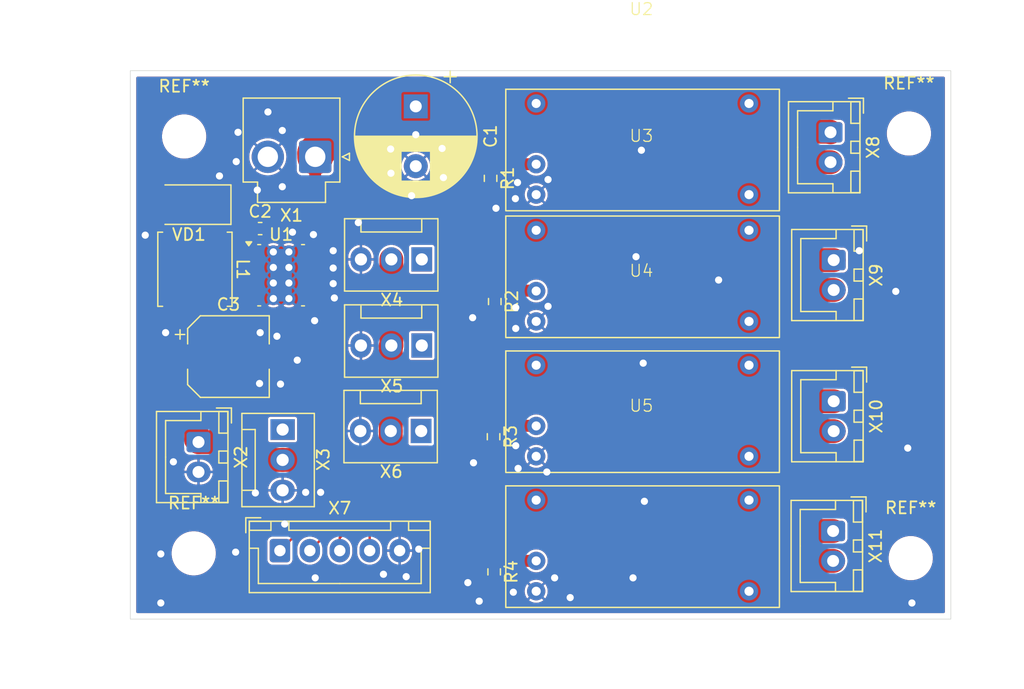
<source format=kicad_pcb>
(kicad_pcb (version 20240108) (generator "pcbnew") (generator_version "8.0")
  (layers (0 "F.Cu" signal) (31 "B.Cu" signal) (34 "B.Paste" user) (35 "F.Paste" user) (36 "B.SilkS" user "B.Silkscreen") (37 "F.SilkS" user "F.Silkscreen") (38 "B.Mask" user) (39 "F.Mask" user) (44 "Edge.Cuts" user))
  (net 0 "")
  (net 1 "GND")
  (net 2 "VPP")
  (net 3 "+12V")
  (net 4 "Net-(U1-OUT)")
  (net 5 "Net-(U2-PWM)")
  (net 6 "Net-(U3-PWM)")
  (net 7 "Net-(U4-PWM)")
  (net 8 "Net-(U5-PWM)")
  (net 9 "Net-(U2-Vout+)")
  (net 10 "Net-(U2-Vout-)")
  (net 11 "Net-(U3-Vout-)")
  (net 12 "Net-(U3-Vout+)")
  (net 13 "Net-(U4-Vout-)")
  (net 14 "Net-(U4-Vout+)")
  (net 15 "Net-(U5-Vout-)")
  (net 16 "Net-(U5-Vout+)")
  (footprint "my8lib:LDD-700L" (layer "F.Cu") (at 82 55.51)
    (property "Reference" "U5" (at -0.1 -11.7 0) (layer "F.SilkS") (effects (font (thickness 0.1))))
    (property "Value" "LDD-700L")
    (pad "1" thru_hole circle (at -8.89 -3.81) (size 1.524 1.524) (drill 0.762) (layers "*.Cu" "*.Mask") (net 2 "VPP"))
    (pad "2" thru_hole circle (at -8.89 1.27) (size 1.524 1.524) (drill 0.762) (layers "*.Cu" "*.Mask") (net 8 "Net-(U5-PWM)"))
    (pad "3" thru_hole circle (at -8.89 3.81) (size 1.524 1.524) (drill 0.762) (layers "*.Cu" "*.Mask") (net 1 "GND"))
    (pad "4" thru_hole circle (at 8.89 3.81) (size 1.524 1.524) (drill 0.762) (layers "*.Cu" "*.Mask") (net 15 "Net-(U5-Vout-)"))
    (pad "5" thru_hole circle (at 8.89 -3.81) (size 1.524 1.524) (drill 0.762) (layers "*.Cu" "*.Mask") (net 16 "Net-(U5-Vout+)"))
  )
  (footprint "Connector:FanPinHeader_1x03_P2.54mm_Vertical" (layer "F.Cu") (at 63.5 45.925 180)
    (property "Reference" "X6" (at 2.5 -3.4 360) (layer "F.SilkS"))
    (property "Value" "Fan_3pin")
    (pad "1" thru_hole rect (at 0 0 270) (size 2.03 1.73) (drill 1.02) (layers "*.Cu" "*.Mask"))
    (pad "2" thru_hole oval (at 2.54 0 270) (size 2.03 1.73) (drill 1.02) (layers "*.Cu" "*.Mask") (net 3 "+12V"))
    (pad "3" thru_hole oval (at 5.08 0 270) (size 2.03 1.73) (drill 1.02) (layers "*.Cu" "*.Mask") (net 1 "GND"))
  )
  (footprint "Resistor_SMD:R_0603_1608Metric_Pad0.98x0.95mm_HandSolder" (layer "F.Cu") (at 69.55 46.4 -90)
    (property "Reference" "R3" (at 0 -1.43 90) (layer "F.SilkS"))
    (property "Value" "10k")
    (pad "1" smd roundrect (at -0.9125 0 270) (size 0.975 0.95) (layers "F.Cu" "F.Paste" "F.Mask") (net 7 "Net-(U4-PWM)"))
    (pad "2" smd roundrect (at 0.9125 0 270) (size 0.975 0.95) (layers "F.Cu" "F.Paste" "F.Mask") (net 1 "GND"))
  )
  (footprint "Resistor_SMD:R_0603_1608Metric_Pad0.98x0.95mm_HandSolder" (layer "F.Cu") (at 69.65 35.1 -90)
    (property "Reference" "R2" (at 0 -1.43 90) (layer "F.SilkS"))
    (property "Value" "10k")
    (pad "1" smd roundrect (at -0.9125 0 270) (size 0.975 0.95) (layers "F.Cu" "F.Paste" "F.Mask") (net 6 "Net-(U3-PWM)"))
    (pad "2" smd roundrect (at 0.9125 0 270) (size 0.975 0.95) (layers "F.Cu" "F.Paste" "F.Mask") (net 1 "GND"))
  )
  (footprint "MountingHole:MountingHole_3.2mm_M3" (layer "F.Cu") (at 104.4 56.55)
    (property "Reference" "REF**" (at 0 -4.2 0) (layer "F.SilkS"))
    (property "Value" "MountingHole_3.2mm_M3")
    (pad "" np_thru_hole circle (at 0 0) (size 3.2 3.2) (drill 3.2) (layers "*.Cu" "*.Mask"))
  )
  (footprint "Connector:FanPinHeader_1x03_P2.54mm_Vertical" (layer "F.Cu") (at 63.55 31.575 180)
    (property "Reference" "X4" (at 2.5 -3.4 360) (layer "F.SilkS"))
    (property "Value" "Fan_3pin")
    (pad "1" thru_hole rect (at 0 0 270) (size 2.03 1.73) (drill 1.02) (layers "*.Cu" "*.Mask"))
    (pad "2" thru_hole oval (at 2.54 0 270) (size 2.03 1.73) (drill 1.02) (layers "*.Cu" "*.Mask") (net 3 "+12V"))
    (pad "3" thru_hole oval (at 5.08 0 270) (size 2.03 1.73) (drill 1.02) (layers "*.Cu" "*.Mask") (net 1 "GND"))
  )
  (footprint "my8lib:LDD-700L" (layer "F.Cu") (at 82 44.23)
    (property "Reference" "U4" (at -0.1 -11.7 0) (layer "F.SilkS") (effects (font (thickness 0.1))))
    (property "Value" "LDD-700L")
    (pad "1" thru_hole circle (at -8.89 -3.81) (size 1.524 1.524) (drill 0.762) (layers "*.Cu" "*.Mask") (net 2 "VPP"))
    (pad "2" thru_hole circle (at -8.89 1.27) (size 1.524 1.524) (drill 0.762) (layers "*.Cu" "*.Mask") (net 7 "Net-(U4-PWM)"))
    (pad "3" thru_hole circle (at -8.89 3.81) (size 1.524 1.524) (drill 0.762) (layers "*.Cu" "*.Mask") (net 1 "GND"))
    (pad "4" thru_hole circle (at 8.89 3.81) (size 1.524 1.524) (drill 0.762) (layers "*.Cu" "*.Mask") (net 13 "Net-(U4-Vout-)"))
    (pad "5" thru_hole circle (at 8.89 -3.81) (size 1.524 1.524) (drill 0.762) (layers "*.Cu" "*.Mask") (net 14 "Net-(U4-Vout+)"))
  )
  (footprint "my8lib:LDD-700L" (layer "F.Cu") (at 82 32.95)
    (property "Reference" "U3" (at -0.1 -11.7 0) (layer "F.SilkS") (effects (font (thickness 0.1))))
    (property "Value" "LDD-700L")
    (pad "1" thru_hole circle (at -8.89 -3.81) (size 1.524 1.524) (drill 0.762) (layers "*.Cu" "*.Mask") (net 2 "VPP"))
    (pad "2" thru_hole circle (at -8.89 1.27) (size 1.524 1.524) (drill 0.762) (layers "*.Cu" "*.Mask") (net 6 "Net-(U3-PWM)"))
    (pad "3" thru_hole circle (at -8.89 3.81) (size 1.524 1.524) (drill 0.762) (layers "*.Cu" "*.Mask") (net 1 "GND"))
    (pad "4" thru_hole circle (at 8.89 3.81) (size 1.524 1.524) (drill 0.762) (layers "*.Cu" "*.Mask") (net 11 "Net-(U3-Vout-)"))
    (pad "5" thru_hole circle (at 8.89 -3.81) (size 1.524 1.524) (drill 0.762) (layers "*.Cu" "*.Mask") (net 12 "Net-(U3-Vout+)"))
  )
  (footprint "MountingHole:MountingHole_3.2mm_M3" (layer "F.Cu") (at 44.5 56.15)
    (property "Reference" "REF**" (at 0 -4.2 0) (layer "F.SilkS"))
    (property "Value" "MountingHole_3.2mm_M3")
    (pad "" np_thru_hole circle (at 0 0) (size 3.2 3.2) (drill 3.2) (layers "*.Cu" "*.Mask"))
  )
  (footprint "Inductor_SMD:L_TDK_VLS6045EX_VLS6045AF" (layer "F.Cu") (at 44.6 32.4 -90)
    (property "Reference" "L1" (at 0 -4 -90) (layer "F.SilkS"))
    (property "Value" "150uH")
    (pad "1" smd roundrect (at -2.1 0 270) (size 1.9 5.1) (layers "F.Cu" "F.Paste" "F.Mask") (net 4 "Net-(U1-OUT)"))
    (pad "2" smd roundrect (at 2.1 0 270) (size 1.9 5.1) (layers "F.Cu" "F.Paste" "F.Mask") (net 3 "+12V"))
  )
  (footprint "Connector_JST:JST_XH_B5B-XH-A_1x05_P2.50mm_Vertical" (layer "F.Cu") (at 51.7 55.925)
    (property "Reference" "X7" (at 5 -3.55 360) (layer "F.SilkS"))
    (property "Value" "Joystick")
    (pad "1" thru_hole roundrect (at 0 0) (size 1.7 1.95) (drill 0.95) (layers "*.Cu" "*.Mask") (roundrect_rratio 0.147059) (net 5 "Net-(U2-PWM)"))
    (pad "2" thru_hole oval (at 2.5 0) (size 1.7 1.95) (drill 0.95) (layers "*.Cu" "*.Mask") (net 6 "Net-(U3-PWM)"))
    (pad "3" thru_hole oval (at 5 0) (size 1.7 1.95) (drill 0.95) (layers "*.Cu" "*.Mask") (net 7 "Net-(U4-PWM)"))
    (pad "4" thru_hole oval (at 7.5 0) (size 1.7 1.95) (drill 0.95) (layers "*.Cu" "*.Mask") (net 8 "Net-(U5-PWM)"))
    (pad "5" thru_hole oval (at 10 0) (size 1.7 1.95) (drill 0.95) (layers "*.Cu" "*.Mask") (net 1 "GND"))
  )
  (footprint "Connector:FanPinHeader_1x03_P2.54mm_Vertical" (layer "F.Cu") (at 51.925 45.8 -90)
    (property "Reference" "X3" (at 2.5 -3.4 90) (layer "F.SilkS"))
    (property "Value" "Fan_3pin")
    (pad "1" thru_hole rect (at 0 0) (size 2.03 1.73) (drill 1.02) (layers "*.Cu" "*.Mask"))
    (pad "2" thru_hole oval (at 2.54 0) (size 2.03 1.73) (drill 1.02) (layers "*.Cu" "*.Mask") (net 3 "+12V"))
    (pad "3" thru_hole oval (at 5.08 0) (size 2.03 1.73) (drill 1.02) (layers "*.Cu" "*.Mask") (net 1 "GND"))
  )
  (footprint "Resistor_SMD:R_0603_1608Metric_Pad0.98x0.95mm_HandSolder" (layer "F.Cu") (at 69.6 57.7 -90)
    (property "Reference" "R4" (at 0 -1.43 90) (layer "F.SilkS"))
    (property "Value" "10k")
    (pad "1" smd roundrect (at -0.9125 0 270) (size 0.975 0.95) (layers "F.Cu" "F.Paste" "F.Mask") (net 8 "Net-(U5-PWM)"))
    (pad "2" smd roundrect (at 0.9125 0 270) (size 0.975 0.95) (layers "F.Cu" "F.Paste" "F.Mask") (net 1 "GND"))
  )
  (footprint "Package_SO:SOIC-8-1EP_3.9x4.9mm_P1.27mm_EP2.95x4.9mm_Mask2.71x3.4mm_ThermalVias" (layer "F.Cu") (at 51.8 32.9)
    (property "Reference" "U1" (at 0 -3.4 0) (layer "F.SilkS"))
    (property "Value" "XL1509-12")
    (pad "1" smd roundrect (at -2.5625 -1.905) (size 1.775 0.6) (layers "F.Cu" "F.Paste" "F.Mask") (net 2 "VPP"))
    (pad "2" smd roundrect (at -2.5625 -0.635) (size 1.775 0.6) (layers "F.Cu" "F.Paste" "F.Mask") (net 4 "Net-(U1-OUT)"))
    (pad "3" smd roundrect (at -2.5625 0.635) (size 1.775 0.6) (layers "F.Cu" "F.Paste" "F.Mask") (net 3 "+12V"))
    (pad "4" smd roundrect (at -2.5625 1.905) (size 1.775 0.6) (layers "F.Cu" "F.Paste" "F.Mask") (net 1 "GND"))
    (pad "5" smd roundrect (at 2.5625 1.905) (size 1.775 0.6) (layers "F.Cu" "F.Paste" "F.Mask") (net 1 "GND"))
    (pad "6" smd roundrect (at 2.5625 0.635) (size 1.775 0.6) (layers "F.Cu" "F.Paste" "F.Mask") (net 1 "GND"))
    (pad "7" smd roundrect (at 2.5625 -0.635) (size 1.775 0.6) (layers "F.Cu" "F.Paste" "F.Mask") (net 1 "GND"))
    (pad "8" smd roundrect (at 2.5625 -1.905) (size 1.775 0.6) (layers "F.Cu" "F.Paste" "F.Mask") (net 1 "GND"))
    (pad "9" thru_hole circle (at -0.65 -1.95) (size 1.1 1.1) (drill 0.6) (property pad_prop_heatsink) (layers "*.Cu") (net 1 "GND"))
    (pad "9" thru_hole circle (at -0.65 -0.65) (size 1.1 1.1) (drill 0.6) (property pad_prop_heatsink) (layers "*.Cu") (net 1 "GND"))
    (pad "9" thru_hole circle (at -0.65 0.65) (size 1.1 1.1) (drill 0.6) (property pad_prop_heatsink) (layers "*.Cu") (net 1 "GND"))
    (pad "9" thru_hole circle (at -0.65 1.95) (size 1.1 1.1) (drill 0.6) (property pad_prop_heatsink) (layers "*.Cu") (net 1 "GND"))
    (pad "9" smd rect (at 0 0) (size 1.8 4.4) (property pad_prop_heatsink) (layers "B.Cu") (net 1 "GND"))
    (pad "9" smd rect (at 0 0) (size 2.95 4.9) (property pad_prop_heatsink) (layers "F.Cu") (net 1 "GND"))
    (pad "9" thru_hole circle (at 0.65 -1.95) (size 1.1 1.1) (drill 0.6) (property pad_prop_heatsink) (layers "*.Cu") (net 1 "GND"))
    (pad "9" thru_hole circle (at 0.65 -0.65) (size 1.1 1.1) (drill 0.6) (property pad_prop_heatsink) (layers "*.Cu") (net 1 "GND"))
    (pad "9" thru_hole circle (at 0.65 0.65) (size 1.1 1.1) (drill 0.6) (property pad_prop_heatsink) (layers "*.Cu") (net 1 "GND"))
    (pad "9" thru_hole circle (at 0.65 1.95) (size 1.1 1.1) (drill 0.6) (property pad_prop_heatsink) (layers "*.Cu") (net 1 "GND"))
  )
  (footprint "Connector_JST:JST_XH_B2B-XH-A_1x02_P2.50mm_Vertical" (layer "F.Cu") (at 97.7 20.95 -90)
    (property "Reference" "X8" (at 1.25 -3.55 90) (layer "F.SilkS"))
    (property "Value" "Conn_01x02")
    (pad "1" thru_hole roundrect (at 0 0 270) (size 1.7 2) (drill 1) (layers "*.Cu" "*.Mask") (roundrect_rratio 0.147059) (net 9 "Net-(U2-Vout+)"))
    (pad "2" thru_hole oval (at 2.5 0 270) (size 1.7 2) (drill 1) (layers "*.Cu" "*.Mask") (net 10 "Net-(U2-Vout-)"))
  )
  (footprint "Connector_JST:JST_VH_B2P-VH-B_1x02_P3.96mm_Vertical" (layer "F.Cu") (at 54.65 23 180)
    (property "Reference" "X1" (at 1.98 -4.9 360) (layer "F.SilkS"))
    (property "Value" "Conn_01x02")
    (pad "1" thru_hole roundrect (at 0 0 180) (size 2.7 2.7) (drill 1.7) (layers "*.Cu" "*.Mask") (roundrect_rratio 0.092593) (net 2 "VPP"))
    (pad "2" thru_hole circle (at 3.96 0 180) (size 2.7 2.7) (drill 1.7) (layers "*.Cu" "*.Mask") (net 1 "GND"))
  )
  (footprint "Connector_JST:JST_XH_B2B-XH-A_1x02_P2.50mm_Vertical" (layer "F.Cu") (at 97.965 31.635 -90)
    (property "Reference" "X9" (at 1.25 -3.55 90) (layer "F.SilkS"))
    (property "Value" "Conn_01x02")
    (pad "1" thru_hole roundrect (at 0 0 270) (size 1.7 2) (drill 1) (layers "*.Cu" "*.Mask") (roundrect_rratio 0.147059) (net 12 "Net-(U3-Vout+)"))
    (pad "2" thru_hole oval (at 2.5 0 270) (size 1.7 2) (drill 1) (layers "*.Cu" "*.Mask") (net 11 "Net-(U3-Vout-)"))
  )
  (footprint "Diode_SMD:D_SMA" (layer "F.Cu") (at 44.1 27 180)
    (property "Reference" "VD1" (at 0 -2.5 360) (layer "F.SilkS"))
    (property "Value" "CDBA3100-HF")
    (pad "1" smd roundrect (at -2 0 180) (size 2.5 1.8) (layers "F.Cu" "F.Paste" "F.Mask") (roundrect_rratio 0.1388888889) (net 4 "Net-(U1-OUT)"))
    (pad "2" smd roundrect (at 2 0 180) (size 2.5 1.8) (layers "F.Cu" "F.Paste" "F.Mask") (roundrect_rratio 0.1388888889) (net 1 "GND"))
  )
  (footprint "MountingHole:MountingHole_3.2mm_M3" (layer "F.Cu") (at 104.25 21.05)
    (property "Reference" "REF**" (at 0 -4.2 0) (layer "F.SilkS"))
    (property "Value" "MountingHole_3.2mm_M3")
    (pad "" np_thru_hole circle (at 0 0) (size 3.2 3.2) (drill 3.2) (layers "*.Cu" "*.Mask"))
  )
  (footprint "Resistor_SMD:R_0603_1608Metric_Pad0.98x0.95mm_HandSolder" (layer "F.Cu") (at 69.3 24.8 -90)
    (property "Reference" "R1" (at 0 -1.43 90) (layer "F.SilkS"))
    (property "Value" "10k")
    (pad "1" smd roundrect (at -0.9125 0 270) (size 0.975 0.95) (layers "F.Cu" "F.Paste" "F.Mask") (net 5 "Net-(U2-PWM)"))
    (pad "2" smd roundrect (at 0.9125 0 270) (size 0.975 0.95) (layers "F.Cu" "F.Paste" "F.Mask") (net 1 "GND"))
  )
  (footprint "Capacitor_THT:CP_Radial_D10.0mm_P5.00mm" (layer "F.Cu") (at 63.05 18.782323 -90)
    (property "Reference" "C1" (at 2.5 -6.25 90) (layer "F.SilkS"))
    (property "Value" "470uF")
    (pad "1" thru_hole rect (at 0 0 270) (size 2 2) (drill 1) (layers "*.Cu" "*.Mask") (net 2 "VPP"))
    (pad "2" thru_hole circle (at 5 0 270) (size 2 2) (drill 1) (layers "*.Cu" "*.Mask") (net 1 "GND"))
  )
  (footprint "Capacitor_SMD:CP_Elec_6.3x7.7" (layer "F.Cu") (at 47.4 39.7)
    (property "Reference" "C3" (at 0 -4.35 0) (layer "F.SilkS"))
    (property "Value" "180uF")
    (pad "1" smd roundrect (at -2.7 0) (size 3.5 1.6) (layers "F.Cu" "F.Paste" "F.Mask") (roundrect_rratio 0.15625) (net 3 "+12V"))
    (pad "2" smd roundrect (at 2.7 0) (size 3.5 1.6) (layers "F.Cu" "F.Paste" "F.Mask") (roundrect_rratio 0.15625) (net 1 "GND"))
  )
  (footprint "Connector_JST:JST_XH_B2B-XH-A_1x02_P2.50mm_Vertical" (layer "F.Cu") (at 97.965 43.435 -90)
    (property "Reference" "X10" (at 1.25 -3.55 90) (layer "F.SilkS"))
    (property "Value" "Conn_01x02")
    (pad "1" thru_hole roundrect (at 0 0 270) (size 1.7 2) (drill 1) (layers "*.Cu" "*.Mask") (roundrect_rratio 0.147059) (net 14 "Net-(U4-Vout+)"))
    (pad "2" thru_hole oval (at 2.5 0 270) (size 1.7 2) (drill 1) (layers "*.Cu" "*.Mask") (net 13 "Net-(U4-Vout-)"))
  )
  (footprint "my8lib:LDD-700L" (layer "F.Cu") (at 82 22.35)
    (property "Reference" "U2" (at -0.1 -11.7 0) (layer "F.SilkS") (effects (font (thickness 0.1))))
    (property "Value" "LDD-700L")
    (pad "1" thru_hole circle (at -8.89 -3.81) (size 1.524 1.524) (drill 0.762) (layers "*.Cu" "*.Mask") (net 2 "VPP"))
    (pad "2" thru_hole circle (at -8.89 1.27) (size 1.524 1.524) (drill 0.762) (layers "*.Cu" "*.Mask") (net 5 "Net-(U2-PWM)"))
    (pad "3" thru_hole circle (at -8.89 3.81) (size 1.524 1.524) (drill 0.762) (layers "*.Cu" "*.Mask") (net 1 "GND"))
    (pad "4" thru_hole circle (at 8.89 3.81) (size 1.524 1.524) (drill 0.762) (layers "*.Cu" "*.Mask") (net 10 "Net-(U2-Vout-)"))
    (pad "5" thru_hole circle (at 8.89 -3.81) (size 1.524 1.524) (drill 0.762) (layers "*.Cu" "*.Mask") (net 9 "Net-(U2-Vout+)"))
  )
  (footprint "MountingHole:MountingHole_3.2mm_M3" (layer "F.Cu") (at 43.7 21.3)
    (property "Reference" "REF**" (at 0 -4.2 0) (layer "F.SilkS"))
    (property "Value" "MountingHole_3.2mm_M3")
    (pad "" np_thru_hole circle (at 0 0) (size 3.2 3.2) (drill 3.2) (layers "*.Cu" "*.Mask"))
  )
  (footprint "Capacitor_SMD:C_0603_1608Metric_Pad1.08x0.95mm_HandSolder" (layer "F.Cu") (at 50.05 29)
    (property "Reference" "C2" (at 0 -1.43 0) (layer "F.SilkS"))
    (property "Value" "1u")
    (pad "1" smd roundrect (at -0.8625 0) (size 1.075 0.95) (layers "F.Cu" "F.Paste" "F.Mask") (net 2 "VPP"))
    (pad "2" smd roundrect (at 0.8625 0) (size 1.075 0.95) (layers "F.Cu" "F.Paste" "F.Mask") (net 1 "GND"))
  )
  (footprint "Connector_JST:JST_XH_B2B-XH-A_1x02_P2.50mm_Vertical" (layer "F.Cu") (at 97.915 54.285 -90)
    (property "Reference" "X11" (at 1.25 -3.55 90) (layer "F.SilkS"))
    (property "Value" "Conn_01x02")
    (pad "1" thru_hole roundrect (at 0 0 270) (size 1.7 2) (drill 1) (layers "*.Cu" "*.Mask") (roundrect_rratio 0.147059) (net 16 "Net-(U5-Vout+)"))
    (pad "2" thru_hole oval (at 2.5 0 270) (size 1.7 2) (drill 1) (layers "*.Cu" "*.Mask") (net 15 "Net-(U5-Vout-)"))
  )
  (footprint "Connector_JST:JST_XH_B2B-XH-A_1x02_P2.50mm_Vertical" (layer "F.Cu") (at 44.9 46.85 -90)
    (property "Reference" "X2" (at 1.25 -3.55 90) (layer "F.SilkS"))
    (property "Value" "Conn_01x02")
    (pad "1" thru_hole roundrect (at 0 0 270) (size 1.7 2) (drill 1) (layers "*.Cu" "*.Mask") (roundrect_rratio 0.147059) (net 3 "+12V"))
    (pad "2" thru_hole oval (at 2.5 0 270) (size 1.7 2) (drill 1) (layers "*.Cu" "*.Mask") (net 1 "GND"))
  )
  (footprint "Connector:FanPinHeader_1x03_P2.54mm_Vertical" (layer "F.Cu") (at 63.55 38.775 180)
    (property "Reference" "X5" (at 2.5 -3.4 360) (layer "F.SilkS"))
    (property "Value" "Fan_3pin")
    (pad "1" thru_hole rect (at 0 0 270) (size 2.03 1.73) (drill 1.02) (layers "*.Cu" "*.Mask"))
    (pad "2" thru_hole oval (at 2.54 0 270) (size 2.03 1.73) (drill 1.02) (layers "*.Cu" "*.Mask") (net 3 "+12V"))
    (pad "3" thru_hole oval (at 5.08 0 270) (size 2.03 1.73) (drill 1.02) (layers "*.Cu" "*.Mask") (net 1 "GND"))
  )
  (gr_rect (start 39.2 15.8) (end 107.75 61.65) (stroke (width 0.05)) (fill none) (layer "Edge.Cuts"))
  (via (at 50.05 37.7) (size 1.1) (drill 0.6) (layers "F.Cu" "B.Cu") (net 1))
  (via (at 69.75 27.3) (size 1.1) (drill 0.6) (layers "F.Cu" "B.Cu") (net 1))
  (via (at 68.35 60.15) (size 1.1) (drill 0.6) (layers "F.Cu" "B.Cu") (net 1))
  (via (at 82.05 40.25) (size 1.1) (drill 0.6) (layers "F.Cu" "B.Cu") (net 1))
  (via (at 49.812506 25.780069) (size 1.1) (drill 0.6) (layers "F.Cu" "B.Cu") (net 1))
  (via (at 54.65 58.2) (size 1.1) (drill 0.6) (layers "F.Cu" "B.Cu") (net 1))
  (via (at 71.4 35.6) (size 1.1) (drill 0.6) (layers "F.Cu" "B.Cu") (net 1))
  (via (at 60.95 22.35) (size 1.1) (drill 0.6) (layers "F.Cu" "B.Cu") (net 1))
  (via (at 63.05 21.15) (size 1.1) (drill 0.6) (layers "F.Cu" "B.Cu") (net 1))
  (via (at 67.8 36.45) (size 1.1) (drill 0.6) (layers "F.Cu" "B.Cu") (net 1))
  (via (at 48.05 23.4) (size 1.1) (drill 0.6) (layers "F.Cu" "B.Cu") (net 1))
  (via (at 55.1 51.05) (size 1.1) (drill 0.6) (layers "F.Cu" "B.Cu") (net 1))
  (via (at 67.872956 48.579853) (size 1.1) (drill 0.6) (layers "F.Cu" "B.Cu") (net 1))
  (via (at 62.7 26.25) (size 1.1) (drill 0.6) (layers "F.Cu" "B.Cu") (net 1))
  (via (at 52.75 29.3) (size 1.1) (drill 0.6) (layers "F.Cu" "B.Cu") (net 1))
  (via (at 71.55 25.15) (size 1.1) (drill 0.6) (layers "F.Cu" "B.Cu") (net 1))
  (via (at 56.15 30.85) (size 1.1) (drill 0.6) (layers "F.Cu" "B.Cu") (net 1))
  (via (at 71.6 49.05) (size 1.1) (drill 0.6) (layers "F.Cu" "B.Cu") (net 1))
  (via (at 74.65 58.2) (size 1.1) (drill 0.6) (layers "F.Cu" "B.Cu") (net 1))
  (via (at 74.1 35.5) (size 1.1) (drill 0.6) (layers "F.Cu" "B.Cu") (net 1))
  (via (at 41.75 56.2) (size 1.1) (drill 0.6) (layers "F.Cu" "B.Cu") (net 1))
  (via (at 88.35 33.3) (size 1.1) (drill 0.6) (layers "F.Cu" "B.Cu") (net 1))
  (via (at 48 56.05) (size 1.1) (drill 0.6) (layers "F.Cu" "B.Cu") (net 1))
  (via (at 46.65 24.6) (size 1.1) (drill 0.6) (layers "F.Cu" "B.Cu") (net 1))
  (via (at 62.25 58.1) (size 1.1) (drill 0.6) (layers "F.Cu" "B.Cu") (net 1))
  (via (at 103.15 34.25) (size 1.1) (drill 0.6) (layers "F.Cu" "B.Cu") (net 1))
  (via (at 60.976341 24.371889) (size 1.1) (drill 0.6) (layers "F.Cu" "B.Cu") (net 1))
  (via (at 104.15 47.35) (size 1.1) (drill 0.6) (layers "F.Cu" "B.Cu") (net 1))
  (via (at 56.15 32.3) (size 1.1) (drill 0.6) (layers "F.Cu" "B.Cu") (net 1))
  (via (at 54.5 29.5) (size 1.1) (drill 0.6) (layers "F.Cu" "B.Cu") (net 1))
  (via (at 53.15 40) (size 1.1) (drill 0.6) (layers "F.Cu" "B.Cu") (net 1))
  (via (at 58.25 28.5) (size 1.1) (drill 0.6) (layers "F.Cu" "B.Cu") (net 1))
  (via (at 51.9 25.5) (size 1.1) (drill 0.6) (layers "F.Cu" "B.Cu") (net 1))
  (via (at 74 49.35) (size 1.1) (drill 0.6) (layers "F.Cu" "B.Cu") (net 1))
  (via (at 71.4 47.15) (size 1.1) (drill 0.6) (layers "F.Cu" "B.Cu") (net 1))
  (via (at 104.5 60.3) (size 1.1) (drill 0.6) (layers "F.Cu" "B.Cu") (net 1))
  (via (at 41.75 60.3) (size 1.1) (drill 0.6) (layers "F.Cu" "B.Cu") (net 1))
  (via (at 50 41.95) (size 1.1) (drill 0.6) (layers "F.Cu" "B.Cu") (net 1))
  (via (at 63.3 55.8) (size 1.1) (drill 0.6) (layers "F.Cu" "B.Cu") (net 1))
  (via (at 49.65 51.1) (size 1.1) (drill 0.6) (layers "F.Cu" "B.Cu") (net 1))
  (via (at 75.95 59.85) (size 1.1) (drill 0.6) (layers "F.Cu" "B.Cu") (net 1))
  (via (at 74.1 24.9) (size 1.1) (drill 0.6) (layers "F.Cu" "B.Cu") (net 1))
  (via (at 82.15 51.8) (size 1.1) (drill 0.6) (layers "F.Cu" "B.Cu") (net 1))
  (via (at 42.15 37.7) (size 1.1) (drill 0.6) (layers "F.Cu" "B.Cu") (net 1))
  (via (at 52.1 53.7) (size 1.1) (drill 0.6) (layers "F.Cu" "B.Cu") (net 1))
  (via (at 56.15 33.6) (size 1.1) (drill 0.6) (layers "F.Cu" "B.Cu") (net 1))
  (via (at 81.45 31.35) (size 1.1) (drill 0.6) (layers "F.Cu" "B.Cu") (net 1))
  (via (at 56.25 34.8) (size 1.1) (drill 0.6) (layers "F.Cu" "B.Cu") (net 1))
  (via (at 54.6 36.7) (size 1.1) (drill 0.6) (layers "F.Cu" "B.Cu") (net 1))
  (via (at 67.4 58.6) (size 1.1) (drill 0.6) (layers "F.Cu" "B.Cu") (net 1))
  (via (at 100.1 30.85) (size 1.1) (drill 0.6) (layers "F.Cu" "B.Cu") (net 1))
  (via (at 42.8 48.5) (size 1.1) (drill 0.6) (layers "F.Cu" "B.Cu") (net 1))
  (via (at 65.25 22.3) (size 1.1) (drill 0.6) (layers "F.Cu" "B.Cu") (net 1))
  (via (at 71.2 59.4) (size 1.1) (drill 0.6) (layers "F.Cu" "B.Cu") (net 1))
  (via (at 71.4 37.35) (size 1.1) (drill 0.6) (layers "F.Cu" "B.Cu") (net 1))
  (via (at 71.371656 26.497449) (size 1.1) (drill 0.6) (layers "F.Cu" "B.Cu") (net 1))
  (via (at 65.360307 24.73722) (size 1.1) (drill 0.6) (layers "F.Cu" "B.Cu") (net 1))
  (via (at 50.7 19.25) (size 1.1) (drill 0.6) (layers "F.Cu" "B.Cu") (net 1))
  (via (at 51.45 38) (size 1.1) (drill 0.6) (layers "F.Cu" "B.Cu") (net 1))
  (via (at 81.9 22.45) (size 1.1) (drill 0.6) (layers "F.Cu" "B.Cu") (net 1))
  (via (at 40.45 29.55) (size 1.1) (drill 0.6) (layers "F.Cu" "B.Cu") (net 1))
  (via (at 48.2 20.95) (size 1.1) (drill 0.6) (layers "F.Cu" "B.Cu") (net 1))
  (via (at 51.75 42) (size 1.1) (drill 0.6) (layers "F.Cu" "B.Cu") (net 1))
  (via (at 51.9 20.8) (size 1.1) (drill 0.6) (layers "F.Cu" "B.Cu") (net 1))
  (via (at 60.35 57.9) (size 1.1) (drill 0.6) (layers "F.Cu" "B.Cu") (net 1))
  (via (at 53.85 51.05) (size 1.1) (drill 0.6) (layers "F.Cu" "B.Cu") (net 1))
  (via (at 81.2 58.2) (size 1.1) (drill 0.6) (layers "F.Cu" "B.Cu") (net 1))
  (segment (start 73.11 29.14) (end 76.21 29.14) (width 3) (layer "F.Cu") (net 2))
  (segment (start 49.2375 30.995) (end 49.2375 29.65) (width 1) (layer "F.Cu") (net 2))
  (segment (start 54.65 27.15) (end 54.45 27.35) (width 1) (layer "F.Cu") (net 2))
  (segment (start 54.65 23) (end 54.65 22.7) (width 3) (layer "F.Cu") (net 2))
  (segment (start 54.45 27.35) (end 49.8 27.35) (width 1) (layer "F.Cu") (net 2))
  (segment (start 58.81 18.54) (end 73.11 18.54) (width 3) (layer "F.Cu") (net 2))
  (segment (start 75.09 18.54) (end 76.4 19.85) (width 3) (layer "F.Cu") (net 2))
  (segment (start 76.38 40.42) (end 76.4 40.4) (width 3) (layer "F.Cu") (net 2))
  (segment (start 76.4 28.95) (end 76.4 36.1) (width 3) (layer "F.Cu") (net 2))
  (segment (start 73.11 18.54) (end 75.09 18.54) (width 3) (layer "F.Cu") (net 2))
  (segment (start 49.8 27.35) (end 49.1875 27.9625) (width 1) (layer "F.Cu") (net 2))
  (segment (start 76.21 29.14) (end 76.4 28.95) (width 3) (layer "F.Cu") (net 2))
  (segment (start 76.4 19.85) (end 76.4 28.95) (width 3) (layer "F.Cu") (net 2))
  (segment (start 76.4 40.4) (end 76.4 47.75) (width 3) (layer "F.Cu") (net 2))
  (segment (start 76.4 47.75) (end 76.4 51.5) (width 3) (layer "F.Cu") (net 2))
  (segment (start 54.65 22.7) (end 58.81 18.54) (width 3) (layer "F.Cu") (net 2))
  (segment (start 73.11 40.42) (end 76.38 40.42) (width 3) (layer "F.Cu") (net 2))
  (segment (start 49.1875 27.9625) (end 49.1875 29.4) (width 1) (layer "F.Cu") (net 2))
  (segment (start 76.4 36.1) (end 76.4 40.4) (width 3) (layer "F.Cu") (net 2))
  (segment (start 76.27 47.62) (end 76.4 47.75) (width 3) (layer "F.Cu") (net 2))
  (segment (start 49.2375 29.65) (end 48.9875 29.4) (width 1) (layer "F.Cu") (net 2))
  (segment (start 76.2 51.7) (end 76.4 51.5) (width 3) (layer "F.Cu") (net 2))
  (segment (start 73.11 51.7) (end 76.2 51.7) (width 3) (layer "F.Cu") (net 2))
  (segment (start 54.65 23) (end 54.65 27.15) (width 1) (layer "F.Cu") (net 2))
  (segment (start 60.96 45.925) (end 60.96 38.825) (width 2) (layer "F.Cu") (net 3))
  (segment (start 46.65 34.5) (end 44.6 34.5) (width 1) (layer "F.Cu") (net 3))
  (segment (start 50.185 48.34) (end 51.925 48.34) (width 2) (layer "F.Cu") (net 3))
  (segment (start 60.16 48.34) (end 60.96 47.54) (width 2) (layer "F.Cu") (net 3))
  (segment (start 44.7 46.65) (end 44.9 46.85) (width 2) (layer "F.Cu") (net 3))
  (segment (start 60.96 47.54) (end 60.96 45.925) (width 2) (layer "F.Cu") (net 3))
  (segment (start 47.615 33.535) (end 46.65 34.5) (width 1) (layer "F.Cu") (net 3))
  (segment (start 61.01 31.575) (end 61.01 38.775) (width 2) (layer "F.Cu") (net 3))
  (segment (start 49.2375 33.535) (end 47.615 33.535) (width 1) (layer "F.Cu") (net 3))
  (segment (start 60.96 38.825) (end 61.01 38.775) (width 2) (layer "F.Cu") (net 3))
  (segment (start 48.695 46.85) (end 50.185 48.34) (width 2) (layer "F.Cu") (net 3))
  (segment (start 44.6 34.5) (end 44.6 39.6) (width 2) (layer "F.Cu") (net 3))
  (segment (start 51.925 48.34) (end 60.16 48.34) (width 2) (layer "F.Cu") (net 3))
  (segment (start 44.7 39.7) (end 44.7 46.65) (width 2) (layer "F.Cu") (net 3))
  (segment (start 44.9 46.85) (end 48.695 46.85) (width 2) (layer "F.Cu") (net 3))
  (segment (start 44.6 39.6) (end 44.7 39.7) (width 2) (layer "F.Cu") (net 3))
  (segment (start 46.15 30.3) (end 44.6 30.3) (width 1) (layer "F.Cu") (net 4))
  (segment (start 46.1 27) (end 46.1 28.8) (width 1) (layer "F.Cu") (net 4))
  (segment (start 46.1 28.8) (end 44.6 30.3) (width 1) (layer "F.Cu") (net 4))
  (segment (start 48.115 32.265) (end 46.15 30.3) (width 1) (layer "F.Cu") (net 4))
  (segment (start 49.2375 32.265) (end 48.115 32.265) (width 1) (layer "F.Cu") (net 4))
  (segment (start 66.5 26.6875) (end 66.5 27.1) (width 0.2) (layer "F.Cu") (net 5))
  (segment (start 66.5 27.1) (end 65.25 28.35) (width 0.2) (layer "F.Cu") (net 5))
  (segment (start 65.25 46.655) (end 59.405 52.5) (width 0.2) (layer "F.Cu") (net 5))
  (segment (start 73.11 23.62) (end 69.5675 23.62) (width 1) (layer "F.Cu") (net 5))
  (segment (start 68.7125 23.8875) (end 69.3 23.8875) (width 0.2) (layer "F.Cu") (net 5))
  (segment (start 69.3 23.8875) (end 66.5 26.6875) (width 0.2) (layer "F.Cu") (net 5))
  (segment (start 55.125 52.5) (end 51.7 55.925) (width 0.2) (layer "F.Cu") (net 5))
  (segment (start 59.405 52.5) (end 55.125 52.5) (width 0.2) (layer "F.Cu") (net 5))
  (segment (start 69.5675 23.62) (end 69.3 23.8875) (width 1) (layer "F.Cu") (net 5))
  (segment (start 65.25 28.35) (end 65.25 46.655) (width 0.2) (layer "F.Cu") (net 5))
  (segment (start 59.570686 52.9) (end 57.225 52.9) (width 0.2) (layer "F.Cu") (net 6))
  (segment (start 73.0775 34.1875) (end 73.11 34.22) (width 1) (layer "F.Cu") (net 6))
  (segment (start 65.65 36.15) (end 65.65 46.820686) (width 0.2) (layer "F.Cu") (net 6))
  (segment (start 65.65 46.820686) (end 59.570686 52.9) (width 0.2) (layer "F.Cu") (net 6))
  (segment (start 69.65 34.1875) (end 67.6125 34.1875) (width 0.2) (layer "F.Cu") (net 6))
  (segment (start 67.6125 34.1875) (end 65.65 36.15) (width 0.2) (layer "F.Cu") (net 6))
  (segment (start 69.65 34.1875) (end 73.0775 34.1875) (width 1) (layer "F.Cu") (net 6))
  (segment (start 57.225 52.9) (end 54.2 55.925) (width 0.2) (layer "F.Cu") (net 6))
  (segment (start 73.0975 45.4875) (end 73.11 45.5) (width 1) (layer "F.Cu") (net 7))
  (segment (start 56.7 54.85) (end 58.2 53.35) (width 0.2) (layer "F.Cu") (net 7))
  (segment (start 65.8 47.236371) (end 67.548871 45.4875) (width 0.2) (layer "F.Cu") (net 7))
  (segment (start 59.736372 53.3) (end 65.8 47.236371) (width 0.2) (layer "F.Cu") (net 7))
  (segment (start 69.55 45.4875) (end 73.0975 45.4875) (width 1) (layer "F.Cu") (net 7))
  (segment (start 59.686371 53.35) (end 59.736371 53.3) (width 0.2) (layer "F.Cu") (net 7))
  (segment (start 58.2 53.35) (end 59.686371 53.35) (width 0.2) (layer "F.Cu") (net 7))
  (segment (start 56.7 55.925) (end 56.7 54.85) (width 0.2) (layer "F.Cu") (net 7))
  (segment (start 67.548871 45.4875) (end 69.55 45.4875) (width 0.2) (layer "F.Cu") (net 7))
  (segment (start 59.736371 53.3) (end 59.736372 53.3) (width 0.2) (layer "F.Cu") (net 7))
  (segment (start 73.11 56.78) (end 73.0675 56.7375) (width 1) (layer "F.Cu") (net 8))
  (segment (start 65.75 53.45) (end 60.152058 53.45) (width 0.2) (layer "F.Cu") (net 8))
  (segment (start 60.152058 53.45) (end 59.2 54.402058) (width 0.2) (layer "F.Cu") (net 8))
  (segment (start 73.11 56.78) (end 69.6075 56.78) (width 1) (layer "F.Cu") (net 8))
  (segment (start 59.2 54.402058) (end 59.2 55.925) (width 0.2) (layer "F.Cu") (net 8))
  (segment (start 69.0875 56.7875) (end 65.75 53.45) (width 0.2) (layer "F.Cu") (net 8))
  (segment (start 69.6075 56.78) (end 69.6 56.7875) (width 1) (layer "F.Cu") (net 8))
  (segment (start 69.6 56.7875) (end 69.0875 56.7875) (width 0.2) (layer "F.Cu") (net 8))
  (segment (start 90.89 18.54) (end 93.25 20.9) (width 2) (layer "F.Cu") (net 9))
  (segment (start 97.65 20.9) (end 97.7 20.95) (width 2) (layer "F.Cu") (net 9))
  (segment (start 93.25 20.9) (end 97.65 20.9) (width 2) (layer "F.Cu") (net 9))
  (segment (start 97.7 23.45) (end 93.6 23.45) (width 2) (layer "F.Cu") (net 10))
  (segment (start 93.6 23.45) (end 90.89 26.16) (width 2) (layer "F.Cu") (net 10))
  (segment (start 93.515 34.135) (end 90.89 36.76) (width 2) (layer "F.Cu") (net 11))
  (segment (start 97.965 34.135) (end 93.515 34.135) (width 2) (layer "F.Cu") (net 11))
  (segment (start 90.89 29.14) (end 90.89 29.19) (width 2) (layer "F.Cu") (net 12))
  (segment (start 93.335 31.635) (end 97.965 31.635) (width 2) (layer "F.Cu") (net 12))
  (segment (start 90.89 29.19) (end 93.335 31.635) (width 2) (layer "F.Cu") (net 12))
  (segment (start 97.965 45.935) (end 92.995 45.935) (width 2) (layer "F.Cu") (net 13))
  (segment (start 92.995 45.935) (end 90.89 48.04) (width 2) (layer "F.Cu") (net 13))
  (segment (start 97.965 43.435) (end 93.905 43.435) (width 2) (layer "F.Cu") (net 14))
  (segment (start 93.905 43.435) (end 90.89 40.42) (width 2) (layer "F.Cu") (net 14))
  (segment (start 93.425 56.785) (end 90.89 59.32) (width 2) (layer "F.Cu") (net 15))
  (segment (start 97.915 56.785) (end 93.425 56.785) (width 2) (layer "F.Cu") (net 15))
  (segment (start 97.915 54.285) (end 93.475 54.285) (width 2) (layer "F.Cu") (net 16))
  (segment (start 93.475 54.285) (end 90.89 51.7) (width 2) (layer "F.Cu") (net 16))
  (zone (net 1) (net_name "GND") (layers "F&B.Cu") (connect_pads (clearance 0.2)) (min_thickness 0.2) (fill yes (thermal_gap 0.2) (thermal_bridge_width 0.2))
    (polygon (pts (xy 39.65 16.2) (xy 107.55 16.2) (xy 107.65 61.45) (xy 39.4 61.35)))
  )
)
</source>
